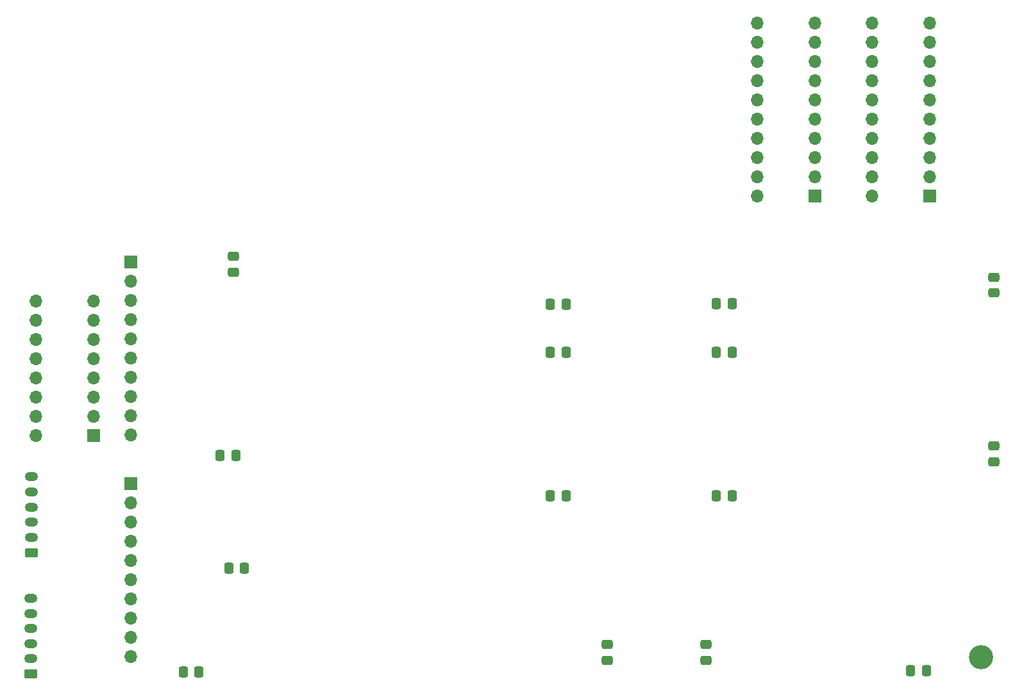
<source format=gbs>
G04 #@! TF.GenerationSoftware,KiCad,Pcbnew,8.0.9*
G04 #@! TF.CreationDate,2025-04-09T11:12:09-04:00*
G04 #@! TF.ProjectId,RAMEXPB_V3,52414d45-5850-4425-9f56-332e6b696361,rev?*
G04 #@! TF.SameCoordinates,Original*
G04 #@! TF.FileFunction,Soldermask,Bot*
G04 #@! TF.FilePolarity,Negative*
%FSLAX46Y46*%
G04 Gerber Fmt 4.6, Leading zero omitted, Abs format (unit mm)*
G04 Created by KiCad (PCBNEW 8.0.9) date 2025-04-09 11:12:09*
%MOMM*%
%LPD*%
G01*
G04 APERTURE LIST*
G04 Aperture macros list*
%AMRoundRect*
0 Rectangle with rounded corners*
0 $1 Rounding radius*
0 $2 $3 $4 $5 $6 $7 $8 $9 X,Y pos of 4 corners*
0 Add a 4 corners polygon primitive as box body*
4,1,4,$2,$3,$4,$5,$6,$7,$8,$9,$2,$3,0*
0 Add four circle primitives for the rounded corners*
1,1,$1+$1,$2,$3*
1,1,$1+$1,$4,$5*
1,1,$1+$1,$6,$7*
1,1,$1+$1,$8,$9*
0 Add four rect primitives between the rounded corners*
20,1,$1+$1,$2,$3,$4,$5,0*
20,1,$1+$1,$4,$5,$6,$7,0*
20,1,$1+$1,$6,$7,$8,$9,0*
20,1,$1+$1,$8,$9,$2,$3,0*%
G04 Aperture macros list end*
%ADD10C,3.200000*%
%ADD11RoundRect,0.250000X-0.337500X-0.475000X0.337500X-0.475000X0.337500X0.475000X-0.337500X0.475000X0*%
%ADD12R,1.700000X1.700000*%
%ADD13O,1.700000X1.700000*%
%ADD14RoundRect,0.250000X0.475000X-0.337500X0.475000X0.337500X-0.475000X0.337500X-0.475000X-0.337500X0*%
%ADD15RoundRect,0.250000X-0.475000X0.337500X-0.475000X-0.337500X0.475000X-0.337500X0.475000X0.337500X0*%
%ADD16RoundRect,0.250000X0.337500X0.475000X-0.337500X0.475000X-0.337500X-0.475000X0.337500X-0.475000X0*%
%ADD17RoundRect,0.250000X0.625000X-0.350000X0.625000X0.350000X-0.625000X0.350000X-0.625000X-0.350000X0*%
%ADD18O,1.750000X1.200000*%
G04 APERTURE END LIST*
D10*
G04 #@! TO.C,H1*
X207340000Y-160260000D03*
G04 #@! TD*
D11*
G04 #@! TO.C,C6*
X172417500Y-113595000D03*
X174492500Y-113595000D03*
G04 #@! TD*
D12*
G04 #@! TO.C,J9*
X95110000Y-108030000D03*
D13*
X95110000Y-110570000D03*
X95110000Y-113110000D03*
X95110000Y-115650000D03*
X95110000Y-118190000D03*
X95110000Y-120730000D03*
X95110000Y-123270000D03*
X95110000Y-125810000D03*
X95110000Y-128350000D03*
X95110000Y-130890000D03*
G04 #@! TD*
D14*
G04 #@! TO.C,C4*
X158015000Y-160712500D03*
X158015000Y-158637500D03*
G04 #@! TD*
D11*
G04 #@! TO.C,C15*
X108017500Y-148515000D03*
X110092500Y-148515000D03*
G04 #@! TD*
G04 #@! TO.C,C8*
X172417500Y-138995000D03*
X174492500Y-138995000D03*
G04 #@! TD*
D12*
G04 #@! TO.C,J10*
X95110000Y-137330000D03*
D13*
X95110000Y-139870000D03*
X95110000Y-142410000D03*
X95110000Y-144950000D03*
X95110000Y-147490000D03*
X95110000Y-150030000D03*
X95110000Y-152570000D03*
X95110000Y-155110000D03*
X95110000Y-157650000D03*
X95110000Y-160190000D03*
G04 #@! TD*
D11*
G04 #@! TO.C,C5*
X198087500Y-162105000D03*
X200162500Y-162105000D03*
G04 #@! TD*
D15*
G04 #@! TO.C,C14*
X108665000Y-107317500D03*
X108665000Y-109392500D03*
G04 #@! TD*
D11*
G04 #@! TO.C,C2*
X106867500Y-133605000D03*
X108942500Y-133605000D03*
G04 #@! TD*
D15*
G04 #@! TO.C,C10*
X209095000Y-132357500D03*
X209095000Y-134432500D03*
G04 #@! TD*
D11*
G04 #@! TO.C,C13*
X150482500Y-113610000D03*
X152557500Y-113610000D03*
G04 #@! TD*
D14*
G04 #@! TO.C,C3*
X171045000Y-160712500D03*
X171045000Y-158637500D03*
G04 #@! TD*
D12*
G04 #@! TO.C,J5*
X200560000Y-99291400D03*
D13*
X200560000Y-96751400D03*
X200560000Y-94211400D03*
X200560000Y-91671400D03*
X200560000Y-89131400D03*
X200560000Y-86591400D03*
X200560000Y-84051400D03*
X200560000Y-81511400D03*
X200560000Y-78971400D03*
X200560000Y-76431400D03*
X192940000Y-76431400D03*
X192940000Y-78971400D03*
X192940000Y-81511400D03*
X192940000Y-84051400D03*
X192940000Y-86591400D03*
X192940000Y-89131400D03*
X192940000Y-91671400D03*
X192940000Y-94211400D03*
X192940000Y-96751400D03*
X192940000Y-99291400D03*
G04 #@! TD*
D15*
G04 #@! TO.C,C9*
X209045000Y-110077500D03*
X209045000Y-112152500D03*
G04 #@! TD*
D16*
G04 #@! TO.C,C16*
X104092500Y-162265000D03*
X102017500Y-162265000D03*
G04 #@! TD*
D17*
G04 #@! TO.C,J11*
X81915000Y-162500000D03*
D18*
X81915000Y-160500000D03*
X81915000Y-158500000D03*
X81915000Y-156500000D03*
X81915000Y-154500000D03*
X81915000Y-152500000D03*
G04 #@! TD*
D11*
G04 #@! TO.C,C11*
X150482500Y-119990000D03*
X152557500Y-119990000D03*
G04 #@! TD*
G04 #@! TO.C,C12*
X150482500Y-138940000D03*
X152557500Y-138940000D03*
G04 #@! TD*
D12*
G04 #@! TO.C,J4*
X185410000Y-99291400D03*
D13*
X185410000Y-96751400D03*
X185410000Y-94211400D03*
X185410000Y-91671400D03*
X185410000Y-89131400D03*
X185410000Y-86591400D03*
X185410000Y-84051400D03*
X185410000Y-81511400D03*
X185410000Y-78971400D03*
X185410000Y-76431400D03*
X177790000Y-76431400D03*
X177790000Y-78971400D03*
X177790000Y-81511400D03*
X177790000Y-84051400D03*
X177790000Y-86591400D03*
X177790000Y-89131400D03*
X177790000Y-91671400D03*
X177790000Y-94211400D03*
X177790000Y-96751400D03*
X177790000Y-99291400D03*
G04 #@! TD*
D17*
G04 #@! TO.C,J12*
X81995000Y-146455000D03*
D18*
X81995000Y-144455000D03*
X81995000Y-142455000D03*
X81995000Y-140455000D03*
X81995000Y-138455000D03*
X81995000Y-136455000D03*
G04 #@! TD*
D12*
G04 #@! TO.C,J8*
X90175000Y-130995000D03*
D13*
X90175000Y-128455000D03*
X90175000Y-125915000D03*
X90175000Y-123375000D03*
X90175000Y-120835000D03*
X90175000Y-118295000D03*
X90175000Y-115755000D03*
X90175000Y-113215000D03*
X82555000Y-113215000D03*
X82555000Y-115755000D03*
X82555000Y-118295000D03*
X82555000Y-120835000D03*
X82555000Y-123375000D03*
X82555000Y-125915000D03*
X82555000Y-128455000D03*
X82555000Y-130995000D03*
G04 #@! TD*
D11*
G04 #@! TO.C,C7*
X172417500Y-119990000D03*
X174492500Y-119990000D03*
G04 #@! TD*
M02*

</source>
